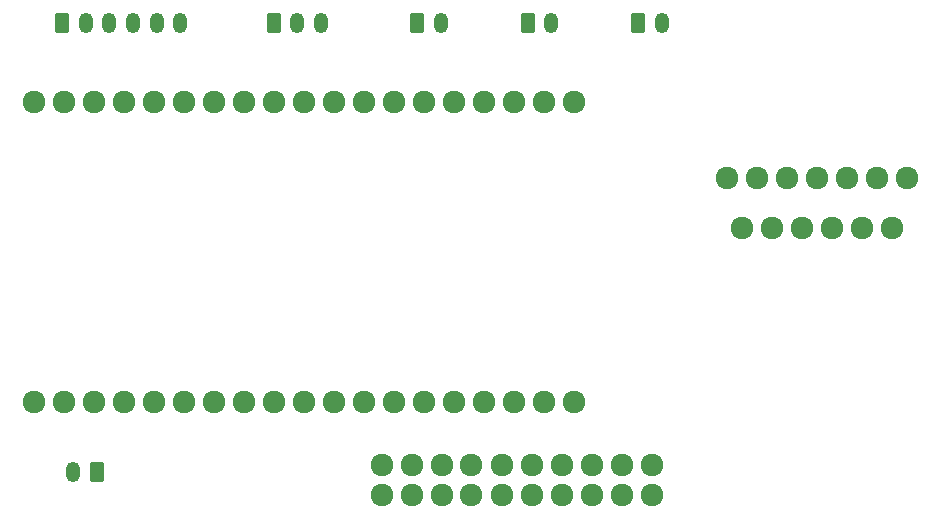
<source format=gts>
%TF.GenerationSoftware,KiCad,Pcbnew,9.0.2*%
%TF.CreationDate,2025-06-11T19:01:07+02:00*%
%TF.ProjectId,musicbox,6d757369-6362-46f7-982e-6b696361645f,rev?*%
%TF.SameCoordinates,Original*%
%TF.FileFunction,Soldermask,Top*%
%TF.FilePolarity,Negative*%
%FSLAX46Y46*%
G04 Gerber Fmt 4.6, Leading zero omitted, Abs format (unit mm)*
G04 Created by KiCad (PCBNEW 9.0.2) date 2025-06-11 19:01:07*
%MOMM*%
%LPD*%
G01*
G04 APERTURE LIST*
G04 Aperture macros list*
%AMRoundRect*
0 Rectangle with rounded corners*
0 $1 Rounding radius*
0 $2 $3 $4 $5 $6 $7 $8 $9 X,Y pos of 4 corners*
0 Add a 4 corners polygon primitive as box body*
4,1,4,$2,$3,$4,$5,$6,$7,$8,$9,$2,$3,0*
0 Add four circle primitives for the rounded corners*
1,1,$1+$1,$2,$3*
1,1,$1+$1,$4,$5*
1,1,$1+$1,$6,$7*
1,1,$1+$1,$8,$9*
0 Add four rect primitives between the rounded corners*
20,1,$1+$1,$2,$3,$4,$5,0*
20,1,$1+$1,$4,$5,$6,$7,0*
20,1,$1+$1,$6,$7,$8,$9,0*
20,1,$1+$1,$8,$9,$2,$3,0*%
G04 Aperture macros list end*
%ADD10RoundRect,0.250000X-0.350000X-0.625000X0.350000X-0.625000X0.350000X0.625000X-0.350000X0.625000X0*%
%ADD11O,1.200000X1.750000*%
%ADD12C,1.920000*%
%ADD13RoundRect,0.250000X0.350000X0.625000X-0.350000X0.625000X-0.350000X-0.625000X0.350000X-0.625000X0*%
G04 APERTURE END LIST*
D10*
%TO.C,BT1Con1*%
X127640000Y-38500000D03*
D11*
X129640000Y-38500000D03*
%TD*%
D12*
%TO.C,AMP1*%
X153880000Y-51620000D03*
X156420000Y-51620000D03*
X158960000Y-51620000D03*
X161500000Y-51620000D03*
X164040000Y-51620000D03*
X166580000Y-51620000D03*
X169120000Y-51620000D03*
%TD*%
%TO.C,IO1*%
X147499957Y-78500023D03*
X144959957Y-78500023D03*
X142419957Y-78500023D03*
X139879957Y-78500023D03*
X137339957Y-78500023D03*
X134799957Y-78500023D03*
X132181100Y-78446500D03*
X129719957Y-78500023D03*
X127179957Y-78500023D03*
X124639957Y-78500023D03*
X147499957Y-75960023D03*
X144959957Y-75960023D03*
X142419957Y-75960023D03*
X139879957Y-75960023D03*
X137339957Y-75960023D03*
X134799957Y-75960023D03*
X132181100Y-75906500D03*
X129719957Y-75960023D03*
X127179957Y-75960023D03*
X124639957Y-75960023D03*
%TD*%
D10*
%TO.C,RFIDCon1*%
X97590000Y-38500000D03*
D11*
X99590000Y-38500000D03*
X101590000Y-38500000D03*
X103590000Y-38500000D03*
X105590000Y-38500000D03*
X107590000Y-38500000D03*
%TD*%
D10*
%TO.C,BT3Con1*%
X146350000Y-38500000D03*
D11*
X148350000Y-38500000D03*
%TD*%
D12*
%TO.C,RD1*%
X167820000Y-55880000D03*
X165280000Y-55880000D03*
X162740000Y-55880000D03*
X160200000Y-55880000D03*
X157660000Y-55880000D03*
X155120000Y-55880000D03*
%TD*%
%TO.C,ESP32*%
X140900000Y-45230000D03*
X138360000Y-45230000D03*
X135820000Y-45230000D03*
X133280000Y-45230000D03*
X130740000Y-45230000D03*
X128200000Y-45230000D03*
X125660000Y-45230000D03*
X123120000Y-45230000D03*
X120580000Y-45230000D03*
X118040000Y-45230000D03*
X115500000Y-45230000D03*
X112960000Y-45230000D03*
X110420000Y-45230000D03*
X107880000Y-45230000D03*
X105340000Y-45230000D03*
X102800000Y-45230000D03*
X100260000Y-45230000D03*
X97720000Y-45230000D03*
X95180000Y-45230000D03*
X140900000Y-70630000D03*
X138360000Y-70630000D03*
X135820000Y-70630000D03*
X133280000Y-70630000D03*
X130740000Y-70630000D03*
X128200000Y-70630000D03*
X125660000Y-70630000D03*
X123120000Y-70630000D03*
X120580000Y-70630000D03*
X118040000Y-70630000D03*
X115500000Y-70630000D03*
X112960000Y-70630000D03*
X110420000Y-70630000D03*
X107880000Y-70630000D03*
X105340000Y-70630000D03*
X102800000Y-70630000D03*
X100260000Y-70630000D03*
X97720000Y-70630000D03*
X95180000Y-70630000D03*
%TD*%
D13*
%TO.C,PWRCon1*%
X100500000Y-76550000D03*
D11*
X98500000Y-76550000D03*
%TD*%
D10*
%TO.C,NeoPixelCon1*%
X115510000Y-38500000D03*
D11*
X117510000Y-38500000D03*
X119510000Y-38500000D03*
%TD*%
D10*
%TO.C,BT2Con1*%
X137000000Y-38500000D03*
D11*
X139000000Y-38500000D03*
%TD*%
M02*

</source>
